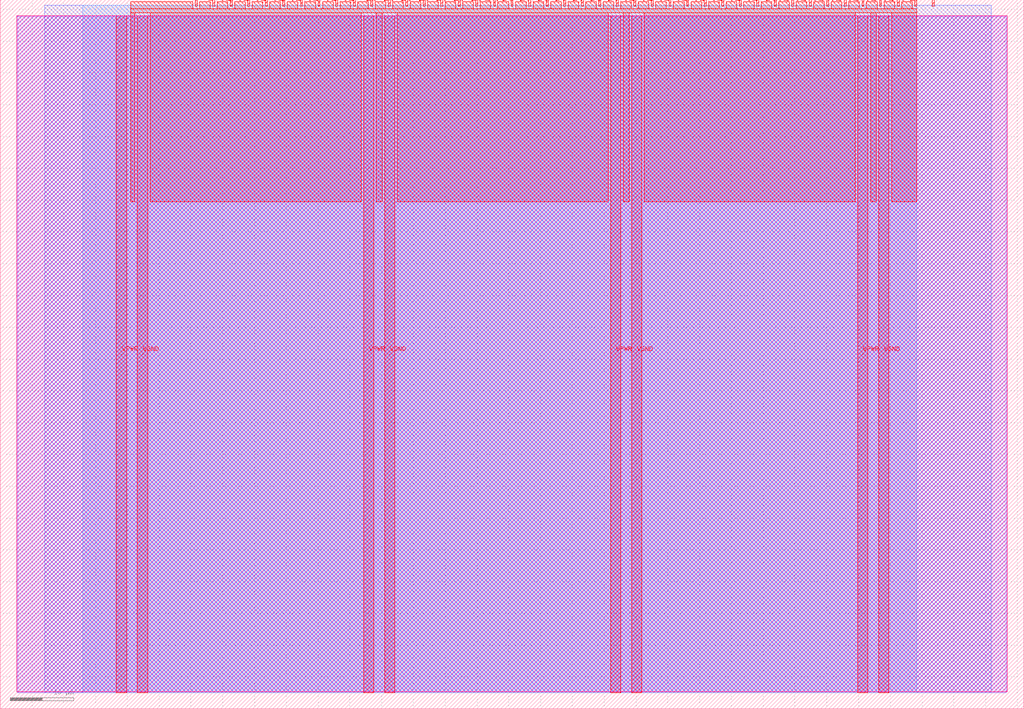
<source format=lef>
VERSION 5.7 ;
  NOWIREEXTENSIONATPIN ON ;
  DIVIDERCHAR "/" ;
  BUSBITCHARS "[]" ;
MACRO tt_um_murmann_group
  CLASS BLOCK ;
  FOREIGN tt_um_murmann_group ;
  ORIGIN 0.000 0.000 ;
  SIZE 161.000 BY 111.520 ;
  PIN VGND
    DIRECTION INOUT ;
    USE GROUND ;
    PORT
      LAYER met4 ;
        RECT 21.580 2.480 23.180 109.040 ;
    END
    PORT
      LAYER met4 ;
        RECT 60.450 2.480 62.050 109.040 ;
    END
    PORT
      LAYER met4 ;
        RECT 99.320 2.480 100.920 109.040 ;
    END
    PORT
      LAYER met4 ;
        RECT 138.190 2.480 139.790 109.040 ;
    END
  END VGND
  PIN VPWR
    DIRECTION INOUT ;
    USE POWER ;
    PORT
      LAYER met4 ;
        RECT 18.280 2.480 19.880 109.040 ;
    END
    PORT
      LAYER met4 ;
        RECT 57.150 2.480 58.750 109.040 ;
    END
    PORT
      LAYER met4 ;
        RECT 96.020 2.480 97.620 109.040 ;
    END
    PORT
      LAYER met4 ;
        RECT 134.890 2.480 136.490 109.040 ;
    END
  END VPWR
  PIN clk
    DIRECTION INPUT ;
    USE SIGNAL ;
    ANTENNAGATEAREA 0.852000 ;
    PORT
      LAYER met4 ;
        RECT 143.830 110.520 144.130 111.520 ;
    END
  END clk
  PIN ena
    DIRECTION INPUT ;
    USE SIGNAL ;
    PORT
      LAYER met4 ;
        RECT 146.590 110.520 146.890 111.520 ;
    END
  END ena
  PIN rst_n
    DIRECTION INPUT ;
    USE SIGNAL ;
    ANTENNAGATEAREA 0.196500 ;
    PORT
      LAYER met4 ;
        RECT 141.070 110.520 141.370 111.520 ;
    END
  END rst_n
  PIN ui_in[0]
    DIRECTION INPUT ;
    USE SIGNAL ;
    ANTENNAGATEAREA 0.196500 ;
    PORT
      LAYER met4 ;
        RECT 138.310 110.520 138.610 111.520 ;
    END
  END ui_in[0]
  PIN ui_in[1]
    DIRECTION INPUT ;
    USE SIGNAL ;
    ANTENNAGATEAREA 0.213000 ;
    PORT
      LAYER met4 ;
        RECT 135.550 110.520 135.850 111.520 ;
    END
  END ui_in[1]
  PIN ui_in[2]
    DIRECTION INPUT ;
    USE SIGNAL ;
    ANTENNAGATEAREA 0.196500 ;
    PORT
      LAYER met4 ;
        RECT 132.790 110.520 133.090 111.520 ;
    END
  END ui_in[2]
  PIN ui_in[3]
    DIRECTION INPUT ;
    USE SIGNAL ;
    PORT
      LAYER met4 ;
        RECT 130.030 110.520 130.330 111.520 ;
    END
  END ui_in[3]
  PIN ui_in[4]
    DIRECTION INPUT ;
    USE SIGNAL ;
    PORT
      LAYER met4 ;
        RECT 127.270 110.520 127.570 111.520 ;
    END
  END ui_in[4]
  PIN ui_in[5]
    DIRECTION INPUT ;
    USE SIGNAL ;
    PORT
      LAYER met4 ;
        RECT 124.510 110.520 124.810 111.520 ;
    END
  END ui_in[5]
  PIN ui_in[6]
    DIRECTION INPUT ;
    USE SIGNAL ;
    PORT
      LAYER met4 ;
        RECT 121.750 110.520 122.050 111.520 ;
    END
  END ui_in[6]
  PIN ui_in[7]
    DIRECTION INPUT ;
    USE SIGNAL ;
    PORT
      LAYER met4 ;
        RECT 118.990 110.520 119.290 111.520 ;
    END
  END ui_in[7]
  PIN uio_in[0]
    DIRECTION INPUT ;
    USE SIGNAL ;
    PORT
      LAYER met4 ;
        RECT 116.230 110.520 116.530 111.520 ;
    END
  END uio_in[0]
  PIN uio_in[1]
    DIRECTION INPUT ;
    USE SIGNAL ;
    PORT
      LAYER met4 ;
        RECT 113.470 110.520 113.770 111.520 ;
    END
  END uio_in[1]
  PIN uio_in[2]
    DIRECTION INPUT ;
    USE SIGNAL ;
    PORT
      LAYER met4 ;
        RECT 110.710 110.520 111.010 111.520 ;
    END
  END uio_in[2]
  PIN uio_in[3]
    DIRECTION INPUT ;
    USE SIGNAL ;
    PORT
      LAYER met4 ;
        RECT 107.950 110.520 108.250 111.520 ;
    END
  END uio_in[3]
  PIN uio_in[4]
    DIRECTION INPUT ;
    USE SIGNAL ;
    PORT
      LAYER met4 ;
        RECT 105.190 110.520 105.490 111.520 ;
    END
  END uio_in[4]
  PIN uio_in[5]
    DIRECTION INPUT ;
    USE SIGNAL ;
    PORT
      LAYER met4 ;
        RECT 102.430 110.520 102.730 111.520 ;
    END
  END uio_in[5]
  PIN uio_in[6]
    DIRECTION INPUT ;
    USE SIGNAL ;
    PORT
      LAYER met4 ;
        RECT 99.670 110.520 99.970 111.520 ;
    END
  END uio_in[6]
  PIN uio_in[7]
    DIRECTION INPUT ;
    USE SIGNAL ;
    PORT
      LAYER met4 ;
        RECT 96.910 110.520 97.210 111.520 ;
    END
  END uio_in[7]
  PIN uio_oe[0]
    DIRECTION OUTPUT ;
    USE SIGNAL ;
    PORT
      LAYER met4 ;
        RECT 49.990 110.520 50.290 111.520 ;
    END
  END uio_oe[0]
  PIN uio_oe[1]
    DIRECTION OUTPUT ;
    USE SIGNAL ;
    PORT
      LAYER met4 ;
        RECT 47.230 110.520 47.530 111.520 ;
    END
  END uio_oe[1]
  PIN uio_oe[2]
    DIRECTION OUTPUT ;
    USE SIGNAL ;
    PORT
      LAYER met4 ;
        RECT 44.470 110.520 44.770 111.520 ;
    END
  END uio_oe[2]
  PIN uio_oe[3]
    DIRECTION OUTPUT ;
    USE SIGNAL ;
    PORT
      LAYER met4 ;
        RECT 41.710 110.520 42.010 111.520 ;
    END
  END uio_oe[3]
  PIN uio_oe[4]
    DIRECTION OUTPUT ;
    USE SIGNAL ;
    PORT
      LAYER met4 ;
        RECT 38.950 110.520 39.250 111.520 ;
    END
  END uio_oe[4]
  PIN uio_oe[5]
    DIRECTION OUTPUT ;
    USE SIGNAL ;
    PORT
      LAYER met4 ;
        RECT 36.190 110.520 36.490 111.520 ;
    END
  END uio_oe[5]
  PIN uio_oe[6]
    DIRECTION OUTPUT ;
    USE SIGNAL ;
    PORT
      LAYER met4 ;
        RECT 33.430 110.520 33.730 111.520 ;
    END
  END uio_oe[6]
  PIN uio_oe[7]
    DIRECTION OUTPUT ;
    USE SIGNAL ;
    PORT
      LAYER met4 ;
        RECT 30.670 110.520 30.970 111.520 ;
    END
  END uio_oe[7]
  PIN uio_out[0]
    DIRECTION OUTPUT ;
    USE SIGNAL ;
    ANTENNAGATEAREA 0.247500 ;
    ANTENNADIFFAREA 0.891000 ;
    PORT
      LAYER met4 ;
        RECT 72.070 110.520 72.370 111.520 ;
    END
  END uio_out[0]
  PIN uio_out[1]
    DIRECTION OUTPUT ;
    USE SIGNAL ;
    ANTENNAGATEAREA 0.247500 ;
    ANTENNADIFFAREA 0.891000 ;
    PORT
      LAYER met4 ;
        RECT 69.310 110.520 69.610 111.520 ;
    END
  END uio_out[1]
  PIN uio_out[2]
    DIRECTION OUTPUT ;
    USE SIGNAL ;
    ANTENNAGATEAREA 0.247500 ;
    ANTENNADIFFAREA 0.891000 ;
    PORT
      LAYER met4 ;
        RECT 66.550 110.520 66.850 111.520 ;
    END
  END uio_out[2]
  PIN uio_out[3]
    DIRECTION OUTPUT ;
    USE SIGNAL ;
    ANTENNAGATEAREA 0.247500 ;
    ANTENNADIFFAREA 0.891000 ;
    PORT
      LAYER met4 ;
        RECT 63.790 110.520 64.090 111.520 ;
    END
  END uio_out[3]
  PIN uio_out[4]
    DIRECTION OUTPUT ;
    USE SIGNAL ;
    ANTENNAGATEAREA 0.247500 ;
    ANTENNADIFFAREA 0.891000 ;
    PORT
      LAYER met4 ;
        RECT 61.030 110.520 61.330 111.520 ;
    END
  END uio_out[4]
  PIN uio_out[5]
    DIRECTION OUTPUT ;
    USE SIGNAL ;
    ANTENNAGATEAREA 0.247500 ;
    ANTENNADIFFAREA 0.445500 ;
    PORT
      LAYER met4 ;
        RECT 58.270 110.520 58.570 111.520 ;
    END
  END uio_out[5]
  PIN uio_out[6]
    DIRECTION OUTPUT ;
    USE SIGNAL ;
    ANTENNAGATEAREA 0.247500 ;
    ANTENNADIFFAREA 0.445500 ;
    PORT
      LAYER met4 ;
        RECT 55.510 110.520 55.810 111.520 ;
    END
  END uio_out[6]
  PIN uio_out[7]
    DIRECTION OUTPUT ;
    USE SIGNAL ;
    ANTENNAGATEAREA 0.126000 ;
    ANTENNADIFFAREA 0.445500 ;
    PORT
      LAYER met4 ;
        RECT 52.750 110.520 53.050 111.520 ;
    END
  END uio_out[7]
  PIN uo_out[0]
    DIRECTION OUTPUT ;
    USE SIGNAL ;
    ANTENNAGATEAREA 0.247500 ;
    ANTENNADIFFAREA 0.445500 ;
    PORT
      LAYER met4 ;
        RECT 94.150 110.520 94.450 111.520 ;
    END
  END uo_out[0]
  PIN uo_out[1]
    DIRECTION OUTPUT ;
    USE SIGNAL ;
    ANTENNAGATEAREA 0.247500 ;
    ANTENNADIFFAREA 0.445500 ;
    PORT
      LAYER met4 ;
        RECT 91.390 110.520 91.690 111.520 ;
    END
  END uo_out[1]
  PIN uo_out[2]
    DIRECTION OUTPUT ;
    USE SIGNAL ;
    ANTENNAGATEAREA 0.247500 ;
    ANTENNADIFFAREA 0.445500 ;
    PORT
      LAYER met4 ;
        RECT 88.630 110.520 88.930 111.520 ;
    END
  END uo_out[2]
  PIN uo_out[3]
    DIRECTION OUTPUT ;
    USE SIGNAL ;
    ANTENNAGATEAREA 0.247500 ;
    ANTENNADIFFAREA 0.445500 ;
    PORT
      LAYER met4 ;
        RECT 85.870 110.520 86.170 111.520 ;
    END
  END uo_out[3]
  PIN uo_out[4]
    DIRECTION OUTPUT ;
    USE SIGNAL ;
    ANTENNAGATEAREA 0.247500 ;
    ANTENNADIFFAREA 0.445500 ;
    PORT
      LAYER met4 ;
        RECT 83.110 110.520 83.410 111.520 ;
    END
  END uo_out[4]
  PIN uo_out[5]
    DIRECTION OUTPUT ;
    USE SIGNAL ;
    ANTENNAGATEAREA 0.247500 ;
    ANTENNADIFFAREA 0.445500 ;
    PORT
      LAYER met4 ;
        RECT 80.350 110.520 80.650 111.520 ;
    END
  END uo_out[5]
  PIN uo_out[6]
    DIRECTION OUTPUT ;
    USE SIGNAL ;
    ANTENNAGATEAREA 0.247500 ;
    ANTENNADIFFAREA 0.445500 ;
    PORT
      LAYER met4 ;
        RECT 77.590 110.520 77.890 111.520 ;
    END
  END uo_out[6]
  PIN uo_out[7]
    DIRECTION OUTPUT ;
    USE SIGNAL ;
    ANTENNAGATEAREA 0.247500 ;
    ANTENNADIFFAREA 0.445500 ;
    PORT
      LAYER met4 ;
        RECT 74.830 110.520 75.130 111.520 ;
    END
  END uo_out[7]
  OBS
      LAYER nwell ;
        RECT 2.570 2.635 158.430 108.990 ;
      LAYER li1 ;
        RECT 2.760 2.635 158.240 108.885 ;
      LAYER met1 ;
        RECT 2.760 2.480 158.240 109.040 ;
      LAYER met2 ;
        RECT 7.000 2.535 155.840 110.685 ;
      LAYER met3 ;
        RECT 12.945 2.555 144.170 110.665 ;
      LAYER met4 ;
        RECT 20.535 110.120 30.270 111.170 ;
        RECT 31.370 110.120 33.030 111.170 ;
        RECT 34.130 110.120 35.790 111.170 ;
        RECT 36.890 110.120 38.550 111.170 ;
        RECT 39.650 110.120 41.310 111.170 ;
        RECT 42.410 110.120 44.070 111.170 ;
        RECT 45.170 110.120 46.830 111.170 ;
        RECT 47.930 110.120 49.590 111.170 ;
        RECT 50.690 110.120 52.350 111.170 ;
        RECT 53.450 110.120 55.110 111.170 ;
        RECT 56.210 110.120 57.870 111.170 ;
        RECT 58.970 110.120 60.630 111.170 ;
        RECT 61.730 110.120 63.390 111.170 ;
        RECT 64.490 110.120 66.150 111.170 ;
        RECT 67.250 110.120 68.910 111.170 ;
        RECT 70.010 110.120 71.670 111.170 ;
        RECT 72.770 110.120 74.430 111.170 ;
        RECT 75.530 110.120 77.190 111.170 ;
        RECT 78.290 110.120 79.950 111.170 ;
        RECT 81.050 110.120 82.710 111.170 ;
        RECT 83.810 110.120 85.470 111.170 ;
        RECT 86.570 110.120 88.230 111.170 ;
        RECT 89.330 110.120 90.990 111.170 ;
        RECT 92.090 110.120 93.750 111.170 ;
        RECT 94.850 110.120 96.510 111.170 ;
        RECT 97.610 110.120 99.270 111.170 ;
        RECT 100.370 110.120 102.030 111.170 ;
        RECT 103.130 110.120 104.790 111.170 ;
        RECT 105.890 110.120 107.550 111.170 ;
        RECT 108.650 110.120 110.310 111.170 ;
        RECT 111.410 110.120 113.070 111.170 ;
        RECT 114.170 110.120 115.830 111.170 ;
        RECT 116.930 110.120 118.590 111.170 ;
        RECT 119.690 110.120 121.350 111.170 ;
        RECT 122.450 110.120 124.110 111.170 ;
        RECT 125.210 110.120 126.870 111.170 ;
        RECT 127.970 110.120 129.630 111.170 ;
        RECT 130.730 110.120 132.390 111.170 ;
        RECT 133.490 110.120 135.150 111.170 ;
        RECT 136.250 110.120 137.910 111.170 ;
        RECT 139.010 110.120 140.670 111.170 ;
        RECT 141.770 110.120 143.430 111.170 ;
        RECT 20.535 109.440 144.145 110.120 ;
        RECT 20.535 79.735 21.180 109.440 ;
        RECT 23.580 79.735 56.750 109.440 ;
        RECT 59.150 79.735 60.050 109.440 ;
        RECT 62.450 79.735 95.620 109.440 ;
        RECT 98.020 79.735 98.920 109.440 ;
        RECT 101.320 79.735 134.490 109.440 ;
        RECT 136.890 79.735 137.790 109.440 ;
        RECT 140.190 79.735 144.145 109.440 ;
  END
END tt_um_murmann_group
END LIBRARY


</source>
